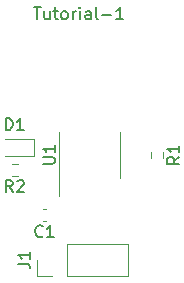
<source format=gbr>
G04 #@! TF.GenerationSoftware,KiCad,Pcbnew,(6.0.6)*
G04 #@! TF.CreationDate,2022-08-12T14:10:59+09:00*
G04 #@! TF.ProjectId,tutorial1,7475746f-7269-4616-9c31-2e6b69636164,1*
G04 #@! TF.SameCoordinates,PX7bfa480PY7bfa480*
G04 #@! TF.FileFunction,Legend,Top*
G04 #@! TF.FilePolarity,Positive*
%FSLAX46Y46*%
G04 Gerber Fmt 4.6, Leading zero omitted, Abs format (unit mm)*
G04 Created by KiCad (PCBNEW (6.0.6)) date 2022-08-12 14:10:59*
%MOMM*%
%LPD*%
G01*
G04 APERTURE LIST*
%ADD10C,0.150000*%
%ADD11C,0.120000*%
G04 APERTURE END LIST*
D10*
X8612666Y23915620D02*
X9184095Y23915620D01*
X8898380Y22915620D02*
X8898380Y23915620D01*
X9946000Y23582286D02*
X9946000Y22915620D01*
X9517428Y23582286D02*
X9517428Y23058477D01*
X9565047Y22963239D01*
X9660285Y22915620D01*
X9803142Y22915620D01*
X9898380Y22963239D01*
X9946000Y23010858D01*
X10279333Y23582286D02*
X10660285Y23582286D01*
X10422190Y23915620D02*
X10422190Y23058477D01*
X10469809Y22963239D01*
X10565047Y22915620D01*
X10660285Y22915620D01*
X11136476Y22915620D02*
X11041238Y22963239D01*
X10993619Y23010858D01*
X10946000Y23106096D01*
X10946000Y23391810D01*
X10993619Y23487048D01*
X11041238Y23534667D01*
X11136476Y23582286D01*
X11279333Y23582286D01*
X11374571Y23534667D01*
X11422190Y23487048D01*
X11469809Y23391810D01*
X11469809Y23106096D01*
X11422190Y23010858D01*
X11374571Y22963239D01*
X11279333Y22915620D01*
X11136476Y22915620D01*
X11898380Y22915620D02*
X11898380Y23582286D01*
X11898380Y23391810D02*
X11946000Y23487048D01*
X11993619Y23534667D01*
X12088857Y23582286D01*
X12184095Y23582286D01*
X12517428Y22915620D02*
X12517428Y23582286D01*
X12517428Y23915620D02*
X12469809Y23868000D01*
X12517428Y23820381D01*
X12565047Y23868000D01*
X12517428Y23915620D01*
X12517428Y23820381D01*
X13422190Y22915620D02*
X13422190Y23439429D01*
X13374571Y23534667D01*
X13279333Y23582286D01*
X13088857Y23582286D01*
X12993619Y23534667D01*
X13422190Y22963239D02*
X13326952Y22915620D01*
X13088857Y22915620D01*
X12993619Y22963239D01*
X12946000Y23058477D01*
X12946000Y23153715D01*
X12993619Y23248953D01*
X13088857Y23296572D01*
X13326952Y23296572D01*
X13422190Y23344191D01*
X14041238Y22915620D02*
X13946000Y22963239D01*
X13898380Y23058477D01*
X13898380Y23915620D01*
X14422190Y23296572D02*
X15184095Y23296572D01*
X16184095Y22915620D02*
X15612666Y22915620D01*
X15898380Y22915620D02*
X15898380Y23915620D01*
X15803142Y23772762D01*
X15707904Y23677524D01*
X15612666Y23629905D01*
X6818333Y8277620D02*
X6485000Y8753810D01*
X6246904Y8277620D02*
X6246904Y9277620D01*
X6627857Y9277620D01*
X6723095Y9230000D01*
X6770714Y9182381D01*
X6818333Y9087143D01*
X6818333Y8944286D01*
X6770714Y8849048D01*
X6723095Y8801429D01*
X6627857Y8753810D01*
X6246904Y8753810D01*
X7199285Y9182381D02*
X7246904Y9230000D01*
X7342142Y9277620D01*
X7580238Y9277620D01*
X7675476Y9230000D01*
X7723095Y9182381D01*
X7770714Y9087143D01*
X7770714Y8991905D01*
X7723095Y8849048D01*
X7151666Y8277620D01*
X7770714Y8277620D01*
X9358333Y4562858D02*
X9310714Y4515239D01*
X9167857Y4467620D01*
X9072619Y4467620D01*
X8929761Y4515239D01*
X8834523Y4610477D01*
X8786904Y4705715D01*
X8739285Y4896191D01*
X8739285Y5039048D01*
X8786904Y5229524D01*
X8834523Y5324762D01*
X8929761Y5420000D01*
X9072619Y5467620D01*
X9167857Y5467620D01*
X9310714Y5420000D01*
X9358333Y5372381D01*
X10310714Y4467620D02*
X9739285Y4467620D01*
X10025000Y4467620D02*
X10025000Y5467620D01*
X9929761Y5324762D01*
X9834523Y5229524D01*
X9739285Y5181905D01*
X6246904Y13517620D02*
X6246904Y14517620D01*
X6485000Y14517620D01*
X6627857Y14470000D01*
X6723095Y14374762D01*
X6770714Y14279524D01*
X6818333Y14089048D01*
X6818333Y13946191D01*
X6770714Y13755715D01*
X6723095Y13660477D01*
X6627857Y13565239D01*
X6485000Y13517620D01*
X6246904Y13517620D01*
X7770714Y13517620D02*
X7199285Y13517620D01*
X7485000Y13517620D02*
X7485000Y14517620D01*
X7389761Y14374762D01*
X7294523Y14279524D01*
X7199285Y14231905D01*
X7297380Y2206667D02*
X8011666Y2206667D01*
X8154523Y2159048D01*
X8249761Y2063810D01*
X8297380Y1920953D01*
X8297380Y1825715D01*
X8297380Y3206667D02*
X8297380Y2635239D01*
X8297380Y2920953D02*
X7297380Y2920953D01*
X7440238Y2825715D01*
X7535476Y2730477D01*
X7583095Y2635239D01*
X20932380Y11263334D02*
X20456190Y10930000D01*
X20932380Y10691905D02*
X19932380Y10691905D01*
X19932380Y11072858D01*
X19980000Y11168096D01*
X20027619Y11215715D01*
X20122857Y11263334D01*
X20265714Y11263334D01*
X20360952Y11215715D01*
X20408571Y11168096D01*
X20456190Y11072858D01*
X20456190Y10691905D01*
X20932380Y12215715D02*
X20932380Y11644286D01*
X20932380Y11930000D02*
X19932380Y11930000D01*
X20075238Y11834762D01*
X20170476Y11739524D01*
X20218095Y11644286D01*
X9387380Y10668096D02*
X10196904Y10668096D01*
X10292142Y10715715D01*
X10339761Y10763334D01*
X10387380Y10858572D01*
X10387380Y11049048D01*
X10339761Y11144286D01*
X10292142Y11191905D01*
X10196904Y11239524D01*
X9387380Y11239524D01*
X10387380Y12239524D02*
X10387380Y11668096D01*
X10387380Y11953810D02*
X9387380Y11953810D01*
X9530238Y11858572D01*
X9625476Y11763334D01*
X9673095Y11668096D01*
D11*
X7239724Y10682500D02*
X6730276Y10682500D01*
X7239724Y9637500D02*
X6730276Y9637500D01*
X9671267Y6860000D02*
X9378733Y6860000D01*
X9671267Y5840000D02*
X9378733Y5840000D01*
X8645000Y12800000D02*
X6185000Y12800000D01*
X8645000Y11330000D02*
X8645000Y12800000D01*
X6185000Y11330000D02*
X8645000Y11330000D01*
X8845000Y1210000D02*
X8845000Y2540000D01*
X16585000Y1210000D02*
X16585000Y3870000D01*
X11445000Y1210000D02*
X16585000Y1210000D01*
X11445000Y3870000D02*
X16585000Y3870000D01*
X11445000Y1210000D02*
X11445000Y3870000D01*
X10175000Y1210000D02*
X8845000Y1210000D01*
X18527500Y11684724D02*
X18527500Y11175276D01*
X19572500Y11684724D02*
X19572500Y11175276D01*
X15895000Y11430000D02*
X15895000Y13380000D01*
X15895000Y11430000D02*
X15895000Y9480000D01*
X10775000Y11430000D02*
X10775000Y7980000D01*
X10775000Y11430000D02*
X10775000Y13380000D01*
M02*

</source>
